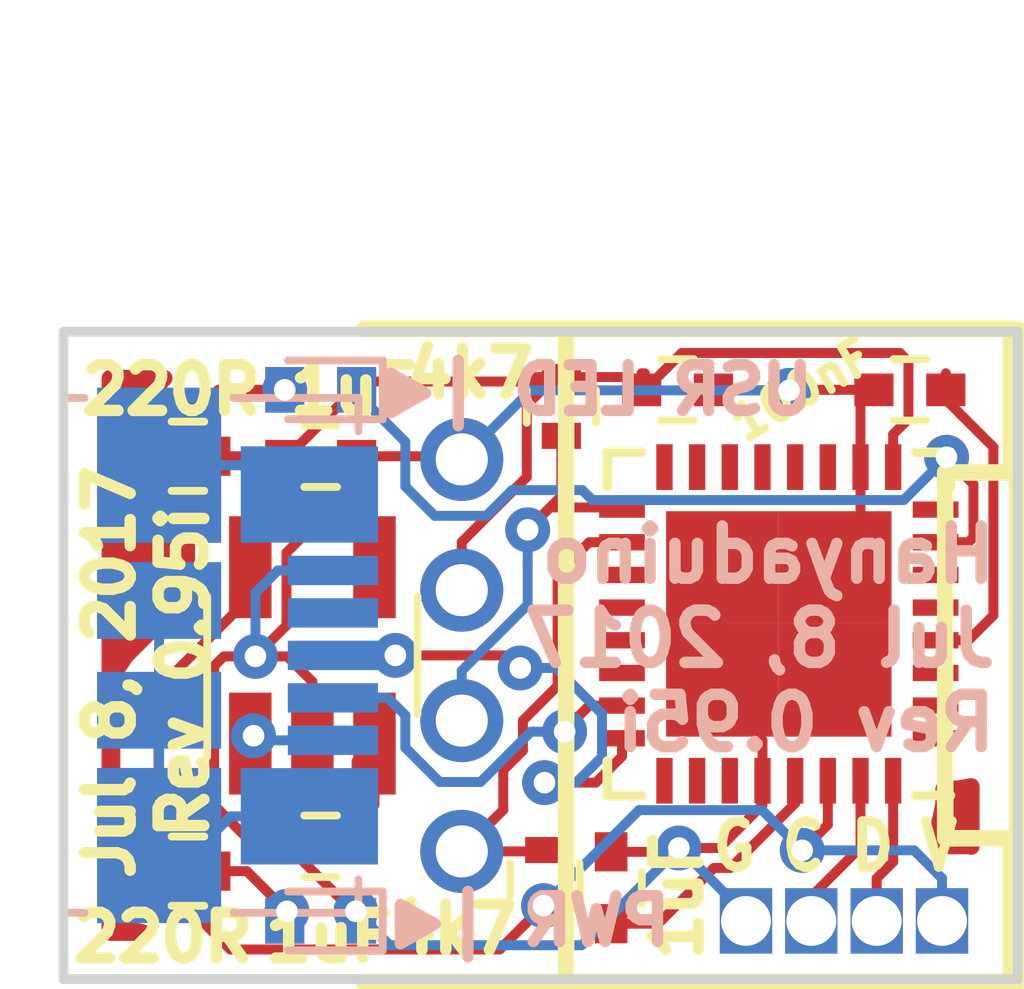
<source format=kicad_pcb>
(kicad_pcb (version 4) (host pcbnew 4.0.6)

  (general
    (links 46)
    (no_connects 0)
    (area 104.781457 95.264409 139.401758 117.3594)
    (thickness 1.6)
    (drawings 18)
    (tracks 217)
    (zones 0)
    (modules 16)
    (nets 37)
  )

  (page A4)
  (layers
    (0 F.Cu signal)
    (31 B.Cu signal)
    (33 F.Adhes user)
    (34 B.Paste user)
    (35 F.Paste user)
    (36 B.SilkS user)
    (37 F.SilkS user)
    (38 B.Mask user)
    (39 F.Mask user)
    (40 Dwgs.User user hide)
    (41 Cmts.User user)
    (42 Eco1.User user)
    (43 Eco2.User user)
    (44 Edge.Cuts user)
    (45 Margin user)
    (47 F.CrtYd user)
    (49 F.Fab user)
  )

  (setup
    (last_trace_width 0.1524)
    (trace_clearance 0.1524)
    (zone_clearance 0.508)
    (zone_45_only no)
    (trace_min 0.1524)
    (segment_width 0.2)
    (edge_width 0.15)
    (via_size 0.6858)
    (via_drill 0.3302)
    (via_min_size 0.6858)
    (via_min_drill 0.3302)
    (uvia_size 0.762)
    (uvia_drill 0.508)
    (uvias_allowed no)
    (uvia_min_size 0)
    (uvia_min_drill 0)
    (pcb_text_width 0.3)
    (pcb_text_size 1.5 1.5)
    (mod_edge_width 0.15)
    (mod_text_size 1 1)
    (mod_text_width 0.15)
    (pad_size 1.35 1)
    (pad_drill 0.8)
    (pad_to_mask_clearance 0.2)
    (aux_axis_origin 0 0)
    (grid_origin 118.491 103.251)
    (visible_elements FFFFFF7F)
    (pcbplotparams
      (layerselection 0x000f0_80000001)
      (usegerberextensions false)
      (excludeedgelayer true)
      (linewidth 0.100000)
      (plotframeref false)
      (viasonmask false)
      (mode 1)
      (useauxorigin false)
      (hpglpennumber 1)
      (hpglpenspeed 20)
      (hpglpendiameter 15)
      (hpglpenoverlay 2)
      (psnegative false)
      (psa4output false)
      (plotreference true)
      (plotvalue true)
      (plotinvisibletext false)
      (padsonsilk false)
      (subtractmaskfromsilk false)
      (outputformat 1)
      (mirror false)
      (drillshape 0)
      (scaleselection 1)
      (outputdirectory ""))
  )

  (net 0 "")
  (net 1 +5V)
  (net 2 GND)
  (net 3 VDDANA)
  (net 4 "Net-(D1-Pad2)")
  (net 5 /RESET)
  (net 6 "Net-(J1-Pad6)")
  (net 7 A6/LED_BUILTIN)
  (net 8 A31/SWDIO)
  (net 9 A16/SDA)
  (net 10 A17/SCL)
  (net 11 AREFA)
  (net 12 VDDCORE)
  (net 13 A2)
  (net 14 A4)
  (net 15 A5)
  (net 16 A7)
  (net 17 A8)
  (net 18 A9)
  (net 19 A10/TX1)
  (net 20 A11/RX1)
  (net 21 A14/TX2)
  (net 22 A15/RX2)
  (net 23 A18/MOSI)
  (net 24 A19/SCK)
  (net 25 A22/MISO)
  (net 26 A23/SS)
  (net 27 D-)
  (net 28 D+)
  (net 29 A27)
  (net 30 A28)
  (net 31 A30/SWDCLK)
  (net 32 A0)
  (net 33 A1)
  (net 34 "Net-(J1-Pad4)")
  (net 35 "Net-(D2-Pad2)")
  (net 36 "Net-(U1-Pad4)")

  (net_class Default "This is the default net class."
    (clearance 0.1524)
    (trace_width 0.1524)
    (via_dia 0.6858)
    (via_drill 0.3302)
    (uvia_dia 0.762)
    (uvia_drill 0.508)
    (add_net +5V)
    (add_net /RESET)
    (add_net A0)
    (add_net A1)
    (add_net A10/TX1)
    (add_net A11/RX1)
    (add_net A14/TX2)
    (add_net A15/RX2)
    (add_net A16/SDA)
    (add_net A17/SCL)
    (add_net A18/MOSI)
    (add_net A19/SCK)
    (add_net A2)
    (add_net A22/MISO)
    (add_net A23/SS)
    (add_net A27)
    (add_net A28)
    (add_net A30/SWDCLK)
    (add_net A31/SWDIO)
    (add_net A4)
    (add_net A5)
    (add_net A6/LED_BUILTIN)
    (add_net A7)
    (add_net A8)
    (add_net A9)
    (add_net AREFA)
    (add_net D+)
    (add_net D-)
    (add_net GND)
    (add_net "Net-(D1-Pad2)")
    (add_net "Net-(D2-Pad2)")
    (add_net "Net-(J1-Pad4)")
    (add_net "Net-(J1-Pad6)")
    (add_net "Net-(U1-Pad4)")
    (add_net VDDANA)
    (add_net VDDCORE)
  )

  (net_class "OSHpark KiCAD Design Rules" ""
    (clearance 0.1524)
    (trace_width 0.1524)
    (via_dia 0.6858)
    (via_drill 0.3302)
    (uvia_dia 0.762)
    (uvia_drill 0.508)
  )

  (module library:HW4-2.0-90D (layer F.Cu) (tedit 5960C663) (tstamp 5960CE23)
    (at 124.206 107.061 270)
    (path /594F6B16)
    (attr virtual)
    (fp_text reference J6 (at -2.032 11.811 270) (layer F.SilkS) hide
      (effects (font (size 0.889 0.889) (thickness 0.1016)))
    )
    (fp_text value Groveconn4 (at -0.127 -13.716 270) (layer F.SilkS) hide
      (effects (font (size 0.889 0.889) (thickness 0.1016)))
    )
    (fp_line (start -4.99872 -0.99822) (end -4.99872 0.99822) (layer F.SilkS) (width 0.127))
    (fp_line (start -4.99872 -8.39978) (end -4.99872 -1.59766) (layer F.SilkS) (width 0.254))
    (fp_line (start -4.99872 -1.59766) (end -4.99872 1.4986) (layer F.SilkS) (width 0.254))
    (fp_line (start 4.99872 -1.59766) (end 4.99872 1.4986) (layer F.SilkS) (width 0.254))
    (fp_line (start 4.99872 -1.59766) (end 4.99872 -8.39978) (layer F.SilkS) (width 0.254))
    (fp_line (start -4.99872 -8.49884) (end 4.99872 -8.49884) (layer F.SilkS) (width 0.254))
    (fp_line (start 4.99872 -8.49884) (end 4.99872 1.39954) (layer F.SilkS) (width 0.254))
    (fp_line (start -4.99872 1.39954) (end -4.99872 -8.49884) (layer F.SilkS) (width 0.254))
    (fp_line (start -4.99872 -1.59766) (end 4.99872 -1.59766) (layer F.SilkS) (width 0.254))
    (fp_line (start -4.99872 -8.39978) (end -2.79908 -8.39978) (layer F.SilkS) (width 0.254))
    (fp_line (start -2.79908 -8.39978) (end -2.79908 -7.39902) (layer F.SilkS) (width 0.254))
    (fp_line (start -2.79908 -7.39902) (end 2.79908 -7.39902) (layer F.SilkS) (width 0.254))
    (fp_line (start 2.79908 -7.39902) (end 2.79908 -8.39978) (layer F.SilkS) (width 0.254))
    (fp_line (start 2.79908 -8.39978) (end 4.99872 -8.39978) (layer F.SilkS) (width 0.254))
    (pad 1 thru_hole circle (at -2.99974 0 270) (size 1.27 1.27) (drill 0.79756) (layers *.Cu *.Paste *.Mask)
      (net 2 GND))
    (pad 2 thru_hole circle (at -0.99822 0 270) (size 1.27 1.27) (drill 0.79756) (layers *.Cu *.Paste *.Mask)
      (net 3 VDDANA))
    (pad 3 thru_hole circle (at 0.99822 0 270) (size 1.27 1.27) (drill 0.79756) (layers *.Cu *.Paste *.Mask)
      (net 9 A16/SDA))
    (pad 4 thru_hole circle (at 2.99974 0 270) (size 1.27 1.27) (drill 0.79756) (layers *.Cu *.Paste *.Mask)
      (net 10 A17/SCL))
  )

  (module Pin_Headers:Pin_Header_Straight_1x04_Pitch1.27mm (layer F.Cu) (tedit 5960C627) (tstamp 5956F2BF)
    (at 129.556 111.125)
    (descr "Through hole straight pin header, 1x04, 1.27mm pitch, single row")
    (tags "Through hole pin header THT 1x04 1.27mm single row")
    (path /59571376)
    (fp_text reference "" (at 0 -1.695) (layer F.SilkS)
      (effects (font (size 1 1) (thickness 0.15)))
    )
    (fp_text value CONN_01X04 (at 0.873 3.937) (layer F.Fab) hide
      (effects (font (size 1 1) (thickness 0.15)))
    )
    (fp_text user %R (at 0 -1.695) (layer F.Fab)
      (effects (font (size 1 1) (thickness 0.15)))
    )
    (pad 1 thru_hole rect (at -1 0) (size 0.8 1) (drill 0.762) (layers *.Cu *.Mask)
      (net 2 GND))
    (pad 2 thru_hole rect (at 0 0) (size 0.8 1) (drill 0.762) (layers *.Cu *.Mask)
      (net 31 A30/SWDCLK))
    (pad 3 thru_hole rect (at 1 0) (size 0.8 1) (drill 0.762) (layers *.Cu *.Mask)
      (net 8 A31/SWDIO))
    (pad 4 thru_hole rect (at 2 0) (size 0.8 1) (drill 0.762) (layers *.Cu *.Mask)
      (net 3 VDDANA))
    (model ${KISYS3DMOD}/Pin_Headers.3dshapes/Pin_Header_Straight_1x04_Pitch1.27mm.wrl
      (at (xyz 0 0 0))
      (scale (xyz 1 1 1))
      (rotate (xyz 0 0 0))
    )
  )

  (module Capacitors_SMD:C_0402 (layer F.Cu) (tedit 5960C6B0) (tstamp 595E6815)
    (at 127.508 102.997)
    (descr "Capacitor SMD 0402, reflow soldering, AVX (see smccp.pdf)")
    (tags "capacitor 0402")
    (path /594F25B3)
    (attr smd)
    (fp_text reference C3 (at -8.001 -4.191) (layer F.SilkS) hide
      (effects (font (size 1 1) (thickness 0.15)))
    )
    (fp_text value 100nF (at -12.065 0 90) (layer F.Fab) hide
      (effects (font (size 1 1) (thickness 0.15)))
    )
    (fp_text user %R (at -8.382 -3.175 90) (layer F.Fab) hide
      (effects (font (size 1 1) (thickness 0.15)))
    )
    (fp_line (start -0.5 0.25) (end -0.5 -0.25) (layer F.Fab) (width 0.1))
    (fp_line (start 0.5 0.25) (end -0.5 0.25) (layer F.Fab) (width 0.1))
    (fp_line (start 0.5 -0.25) (end 0.5 0.25) (layer F.Fab) (width 0.1))
    (fp_line (start -0.5 -0.25) (end 0.5 -0.25) (layer F.Fab) (width 0.1))
    (fp_line (start 0.25 -0.47) (end -0.25 -0.47) (layer F.SilkS) (width 0.12))
    (fp_line (start -0.25 0.47) (end 0.25 0.47) (layer F.SilkS) (width 0.12))
    (fp_line (start -1 -0.4) (end 1 -0.4) (layer F.CrtYd) (width 0.05))
    (fp_line (start -1 -0.4) (end -1 0.4) (layer F.CrtYd) (width 0.05))
    (fp_line (start 1 0.4) (end 1 -0.4) (layer F.CrtYd) (width 0.05))
    (fp_line (start 1 0.4) (end -1 0.4) (layer F.CrtYd) (width 0.05))
    (pad 1 smd rect (at -0.55 0) (size 0.6 0.5) (layers F.Cu F.Paste F.Mask)
      (net 3 VDDANA))
    (pad 2 smd rect (at 0.55 0) (size 0.6 0.5) (layers F.Cu F.Paste F.Mask)
      (net 2 GND))
    (model Capacitors_SMD.3dshapes/C_0402.wrl
      (at (xyz 0 0 0))
      (scale (xyz 1 1 1))
      (rotate (xyz 0 0 0))
    )
  )

  (module Capacitors_SMD:C_0402 (layer F.Cu) (tedit 5960C64F) (tstamp 595E6837)
    (at 126.492 110.617 90)
    (descr "Capacitor SMD 0402, reflow soldering, AVX (see smccp.pdf)")
    (tags "capacitor 0402")
    (path /594F2B45)
    (attr smd)
    (fp_text reference C5 (at -3.048 3.937 180) (layer F.SilkS) hide
      (effects (font (size 1 1) (thickness 0.15)))
    )
    (fp_text value 1uF (at -3.048 0.635 180) (layer Eco1.User) hide
      (effects (font (size 1 1) (thickness 0.15)))
    )
    (fp_text user %R (at -2.921 6.477 180) (layer F.Fab) hide
      (effects (font (size 1 1) (thickness 0.15)))
    )
    (fp_line (start -0.5 0.25) (end -0.5 -0.25) (layer F.Fab) (width 0.1))
    (fp_line (start 0.5 0.25) (end -0.5 0.25) (layer F.Fab) (width 0.1))
    (fp_line (start 0.5 -0.25) (end 0.5 0.25) (layer F.Fab) (width 0.1))
    (fp_line (start -0.5 -0.25) (end 0.5 -0.25) (layer F.Fab) (width 0.1))
    (fp_line (start 0.25 -0.47) (end -0.25 -0.47) (layer F.SilkS) (width 0.12))
    (fp_line (start -0.25 0.47) (end 0.25 0.47) (layer F.SilkS) (width 0.12))
    (fp_line (start -1 -0.4) (end 1 -0.4) (layer F.CrtYd) (width 0.05))
    (fp_line (start -1 -0.4) (end -1 0.4) (layer F.CrtYd) (width 0.05))
    (fp_line (start 1 0.4) (end 1 -0.4) (layer F.CrtYd) (width 0.05))
    (fp_line (start 1 0.4) (end -1 0.4) (layer F.CrtYd) (width 0.05))
    (pad 1 smd rect (at -0.55 0 90) (size 0.6 0.5) (layers F.Cu F.Paste F.Mask)
      (net 12 VDDCORE))
    (pad 2 smd rect (at 0.55 0 90) (size 0.6 0.5) (layers F.Cu F.Paste F.Mask)
      (net 2 GND))
    (model Capacitors_SMD.3dshapes/C_0402.wrl
      (at (xyz 0 0 0))
      (scale (xyz 1 1 1))
      (rotate (xyz 0 0 0))
    )
  )

  (module Resistors_SMD:R_0402 (layer F.Cu) (tedit 5960C638) (tstamp 595E695C)
    (at 125.476 110.49 90)
    (descr "Resistor SMD 0402, reflow soldering, Vishay (see dcrcw.pdf)")
    (tags "resistor 0402")
    (path /594F1D1D)
    (attr smd)
    (fp_text reference R1 (at -2.667 1.397 180) (layer F.SilkS) hide
      (effects (font (size 1 1) (thickness 0.15)))
    )
    (fp_text value 4k7 (at -5.588 1.905 180) (layer F.Fab) hide
      (effects (font (size 1 1) (thickness 0.15)))
    )
    (fp_text user %R (at -2.667 -1.016 180) (layer F.Fab) hide
      (effects (font (size 1 1) (thickness 0.15)))
    )
    (fp_line (start -0.5 0.25) (end -0.5 -0.25) (layer F.Fab) (width 0.1))
    (fp_line (start 0.5 0.25) (end -0.5 0.25) (layer F.Fab) (width 0.1))
    (fp_line (start 0.5 -0.25) (end 0.5 0.25) (layer F.Fab) (width 0.1))
    (fp_line (start -0.5 -0.25) (end 0.5 -0.25) (layer F.Fab) (width 0.1))
    (fp_line (start 0.25 -0.53) (end -0.25 -0.53) (layer F.SilkS) (width 0.12))
    (fp_line (start -0.25 0.53) (end 0.25 0.53) (layer F.SilkS) (width 0.12))
    (fp_line (start -0.8 -0.45) (end 0.8 -0.45) (layer F.CrtYd) (width 0.05))
    (fp_line (start -0.8 -0.45) (end -0.8 0.45) (layer F.CrtYd) (width 0.05))
    (fp_line (start 0.8 0.45) (end 0.8 -0.45) (layer F.CrtYd) (width 0.05))
    (fp_line (start 0.8 0.45) (end -0.8 0.45) (layer F.CrtYd) (width 0.05))
    (pad 1 smd rect (at -0.45 0 90) (size 0.4 0.6) (layers F.Cu F.Paste F.Mask)
      (net 3 VDDANA))
    (pad 2 smd rect (at 0.45 0 90) (size 0.4 0.6) (layers F.Cu F.Paste F.Mask)
      (net 10 A17/SCL))
    (model ${KISYS3DMOD}/Resistors_SMD.3dshapes/R_0402.wrl
      (at (xyz 0 0 0))
      (scale (xyz 1 1 1))
      (rotate (xyz 0 0 0))
    )
  )

  (module TO_SOT_Packages_SMD:SOT-23-5_HandSoldering (layer F.Cu) (tedit 5960C65A) (tstamp 5960D6B8)
    (at 121.92 107.061 90)
    (descr "5-pin SOT23 package")
    (tags "SOT-23-5 hand-soldering")
    (path /594F1746)
    (attr smd)
    (fp_text reference U1 (at 0.127 -12.319 90) (layer F.SilkS) hide
      (effects (font (size 1 1) (thickness 0.15)))
    )
    (fp_text value TLV71333PDBV (at -0.127 -6.223 90) (layer F.Fab) hide
      (effects (font (size 1 1) (thickness 0.15)))
    )
    (fp_text user %R (at 0.254 -5.207 90) (layer F.Fab) hide
      (effects (font (size 0.5 0.5) (thickness 0.075)))
    )
    (fp_line (start -0.9 1.61) (end 0.9 1.61) (layer F.SilkS) (width 0.12))
    (fp_line (start 0.9 -1.61) (end -1.55 -1.61) (layer F.SilkS) (width 0.12))
    (fp_line (start -0.9 -0.9) (end -0.25 -1.55) (layer F.Fab) (width 0.1))
    (fp_line (start 0.9 -1.55) (end -0.25 -1.55) (layer F.Fab) (width 0.1))
    (fp_line (start -0.9 -0.9) (end -0.9 1.55) (layer F.Fab) (width 0.1))
    (fp_line (start 0.9 1.55) (end -0.9 1.55) (layer F.Fab) (width 0.1))
    (fp_line (start 0.9 -1.55) (end 0.9 1.55) (layer F.Fab) (width 0.1))
    (fp_line (start -2.38 -1.8) (end 2.38 -1.8) (layer F.CrtYd) (width 0.05))
    (fp_line (start -2.38 -1.8) (end -2.38 1.8) (layer F.CrtYd) (width 0.05))
    (fp_line (start 2.38 1.8) (end 2.38 -1.8) (layer F.CrtYd) (width 0.05))
    (fp_line (start 2.38 1.8) (end -2.38 1.8) (layer F.CrtYd) (width 0.05))
    (pad 1 smd rect (at -1.35 -0.95 90) (size 1.56 0.65) (layers F.Cu F.Paste F.Mask)
      (net 1 +5V))
    (pad 2 smd rect (at -1.35 0 90) (size 1.56 0.65) (layers F.Cu F.Paste F.Mask)
      (net 2 GND))
    (pad 3 smd rect (at -1.35 0.95 90) (size 1.56 0.65) (layers F.Cu F.Paste F.Mask)
      (net 1 +5V))
    (pad 4 smd rect (at 1.35 0.95 90) (size 1.56 0.65) (layers F.Cu F.Paste F.Mask)
      (net 36 "Net-(U1-Pad4)"))
    (pad 5 smd rect (at 1.35 -0.95 90) (size 1.56 0.65) (layers F.Cu F.Paste F.Mask)
      (net 3 VDDANA))
    (model ${KISYS3DMOD}/TO_SOT_Packages_SMD.3dshapes\SOT-23-5.wrl
      (at (xyz 0 0 0))
      (scale (xyz 1 1 1))
      (rotate (xyz 0 0 0))
    )
  )

  (module Connectors_Molex:USB_Micro-B_Molex_47346-0001 (layer B.Cu) (tedit 595776C6) (tstamp 594F625D)
    (at 120.904 107.061)
    (descr http://www.molex.com/pdm_docs/sd/473460001_sd.pdf)
    (tags "Micro-USB SMD")
    (path /594F16CE)
    (attr smd)
    (fp_text reference J1 (at -15.113 -3.302) (layer Dwgs.User)
      (effects (font (size 1 1) (thickness 0.15)))
    )
    (fp_text value USB_OTG (at -11.684 0.508 270) (layer B.Fab)
      (effects (font (size 1 1) (thickness 0.15)) (justify mirror))
    )
    (fp_text user "PCB Front Edge" (at -2.85 -7.62 270) (layer Dwgs.User)
      (effects (font (size 0.4 0.4) (thickness 0.04)))
    )
    (fp_line (start 1.72 -3.94) (end 1.72 -3.43) (layer B.SilkS) (width 0.12))
    (fp_line (start -3.74 -4.6) (end -3.74 4.6) (layer B.CrtYd) (width 0.05))
    (fp_line (start 2.52 -4.6) (end -3.74 -4.6) (layer B.CrtYd) (width 0.05))
    (fp_line (start 2.52 4.6) (end 2.52 -4.6) (layer B.CrtYd) (width 0.05))
    (fp_line (start -3.74 4.6) (end 2.52 4.6) (layer B.CrtYd) (width 0.05))
    (fp_line (start -3.48 -3.75) (end -3.48 3.75) (layer B.Fab) (width 0.1))
    (fp_line (start 1.52 -3.75) (end -3.48 -3.75) (layer B.Fab) (width 0.1))
    (fp_line (start 1.52 3.75) (end 1.52 -3.75) (layer B.Fab) (width 0.1))
    (fp_line (start -3.48 3.75) (end 1.52 3.75) (layer B.Fab) (width 0.1))
    (fp_line (start -2.47 -3.94) (end -2.73 -3.94) (layer B.SilkS) (width 0.12))
    (fp_line (start 1.72 -3.94) (end -0.19 -3.94) (layer B.SilkS) (width 0.12))
    (fp_line (start 1.72 3.94) (end 1.72 3.43) (layer B.SilkS) (width 0.12))
    (fp_line (start -0.19 3.94) (end 1.72 3.94) (layer B.SilkS) (width 0.12))
    (fp_line (start -2.73 3.94) (end -2.47 3.94) (layer B.SilkS) (width 0.12))
    (fp_line (start -2.78 5) (end -2.78 -5) (layer Dwgs.User) (width 0.15))
    (pad 1 smd rect (at 1.33 1.3) (size 1.38 0.45) (layers B.Cu B.Paste B.Mask)
      (net 1 +5V))
    (pad 2 smd rect (at 1.33 0.65) (size 1.38 0.45) (layers B.Cu B.Paste B.Mask)
      (net 27 D-))
    (pad 3 smd rect (at 1.33 0) (size 1.38 0.45) (layers B.Cu B.Paste B.Mask)
      (net 28 D+))
    (pad 4 smd rect (at 1.33 -0.65) (size 1.38 0.45) (layers B.Cu B.Paste B.Mask)
      (net 34 "Net-(J1-Pad4)"))
    (pad 5 smd rect (at 1.33 -1.3) (size 1.38 0.45) (layers B.Cu B.Paste B.Mask)
      (net 2 GND))
    (pad 6 smd rect (at 0.97 2.4625) (size 2.1 1.475) (layers B.Cu B.Paste B.Mask)
      (net 6 "Net-(J1-Pad6)"))
    (pad 6 smd rect (at 0.97 -2.4625) (size 2.1 1.475) (layers B.Cu B.Paste B.Mask)
      (net 6 "Net-(J1-Pad6)"))
    (pad 6 smd rect (at -1.33 2.91) (size 1.9 2.375) (layers B.Cu B.Paste B.Mask)
      (net 6 "Net-(J1-Pad6)"))
    (pad 6 smd rect (at -1.33 -2.91) (size 1.9 2.375) (layers B.Cu B.Paste B.Mask)
      (net 6 "Net-(J1-Pad6)"))
    (pad 6 smd rect (at -1.33 0.84) (size 1.9 1.175) (layers B.Cu B.Paste B.Mask)
      (net 6 "Net-(J1-Pad6)"))
    (pad 6 smd rect (at -1.33 -0.84) (size 1.9 1.175) (layers B.Cu B.Paste B.Mask)
      (net 6 "Net-(J1-Pad6)"))
    (model Connectors_Molex.3dshapes/USB_Micro-B_Molex_47346-0001.wrl
      (at (xyz -0.05 0 0.05))
      (scale (xyz 0.39 0.39 0.39))
      (rotate (xyz -90 0 90))
    )
  )

  (module Resistors_SMD:R_0402 (layer F.Cu) (tedit 5960C646) (tstamp 595E697E)
    (at 120.015 110.363)
    (descr "Resistor SMD 0402, reflow soldering, Vishay (see dcrcw.pdf)")
    (tags "resistor 0402")
    (path /594F1623)
    (attr smd)
    (fp_text reference R4 (at -0.635 2.921) (layer F.SilkS) hide
      (effects (font (size 1 1) (thickness 0.15)))
    )
    (fp_text value 220R (at -2.794 5.842) (layer F.Fab) hide
      (effects (font (size 0.7 0.7) (thickness 0.15)))
    )
    (fp_text user %R (at -0.762 2.921) (layer F.Fab) hide
      (effects (font (size 1 1) (thickness 0.15)))
    )
    (fp_line (start -0.5 0.25) (end -0.5 -0.25) (layer F.Fab) (width 0.1))
    (fp_line (start 0.5 0.25) (end -0.5 0.25) (layer F.Fab) (width 0.1))
    (fp_line (start 0.5 -0.25) (end 0.5 0.25) (layer F.Fab) (width 0.1))
    (fp_line (start -0.5 -0.25) (end 0.5 -0.25) (layer F.Fab) (width 0.1))
    (fp_line (start 0.25 -0.53) (end -0.25 -0.53) (layer F.SilkS) (width 0.12))
    (fp_line (start -0.25 0.53) (end 0.25 0.53) (layer F.SilkS) (width 0.12))
    (fp_line (start -0.8 -0.45) (end 0.8 -0.45) (layer F.CrtYd) (width 0.05))
    (fp_line (start -0.8 -0.45) (end -0.8 0.45) (layer F.CrtYd) (width 0.05))
    (fp_line (start 0.8 0.45) (end 0.8 -0.45) (layer F.CrtYd) (width 0.05))
    (fp_line (start 0.8 0.45) (end -0.8 0.45) (layer F.CrtYd) (width 0.05))
    (pad 1 smd rect (at -0.45 0) (size 0.4 0.6) (layers F.Cu F.Paste F.Mask)
      (net 3 VDDANA))
    (pad 2 smd rect (at 0.45 0) (size 0.4 0.6) (layers F.Cu F.Paste F.Mask)
      (net 35 "Net-(D2-Pad2)"))
    (model ${KISYS3DMOD}/Resistors_SMD.3dshapes/R_0402.wrl
      (at (xyz 0 0 0))
      (scale (xyz 1 1 1))
      (rotate (xyz 0 0 0))
    )
  )

  (module "Housings_DFN_QFN XXX:QFN-32-1EP_5x5mm_Pitch0.5mm" (layer F.Cu) (tedit 5960C676) (tstamp 5956F48A)
    (at 129.0585 106.5795 180)
    (descr "UH Package; 32-Lead Plastic QFN (5mm x 5mm); (see Linear Technology QFN_32_05-08-1693.pdf)")
    (tags "QFN 0.5")
    (path /5956CE41)
    (attr smd)
    (fp_text reference "" (at 0 -3.75 180) (layer F.SilkS)
      (effects (font (size 1 1) (thickness 0.15)))
    )
    (fp_text value ATSAMD21E18A-AU (at -3.048 8.509 180) (layer F.Fab) hide
      (effects (font (size 1 1) (thickness 0.15)))
    )
    (fp_line (start -1.5 -2.5) (end 2.5 -2.5) (layer F.Fab) (width 0.15))
    (fp_line (start 2.5 -2.5) (end 2.5 2.5) (layer F.Fab) (width 0.15))
    (fp_line (start 2.5 2.5) (end -2.5 2.5) (layer F.Fab) (width 0.15))
    (fp_line (start -2.5 2.5) (end -2.5 -1.5) (layer F.Fab) (width 0.15))
    (fp_line (start -2.5 -1.5) (end -1.5 -2.5) (layer F.Fab) (width 0.15))
    (fp_line (start -3 -3) (end -3 3) (layer F.CrtYd) (width 0.05))
    (fp_line (start 3 -3) (end 3 3) (layer F.CrtYd) (width 0.05))
    (fp_line (start -3 -3) (end 3 -3) (layer F.CrtYd) (width 0.05))
    (fp_line (start -3 3) (end 3 3) (layer F.CrtYd) (width 0.05))
    (fp_line (start 2.625 -2.625) (end 2.625 -2.1) (layer F.SilkS) (width 0.15))
    (fp_line (start -2.625 2.625) (end -2.625 2.1) (layer F.SilkS) (width 0.15))
    (fp_line (start 2.625 2.625) (end 2.625 2.1) (layer F.SilkS) (width 0.15))
    (fp_line (start -2.625 -2.625) (end -2.1 -2.625) (layer F.SilkS) (width 0.15))
    (fp_line (start -2.625 2.625) (end -2.1 2.625) (layer F.SilkS) (width 0.15))
    (fp_line (start 2.625 2.625) (end 2.1 2.625) (layer F.SilkS) (width 0.15))
    (fp_line (start 2.625 -2.625) (end 2.1 -2.625) (layer F.SilkS) (width 0.15))
    (pad 1 smd rect (at -2.4 -1.75 180) (size 0.7 0.25) (layers F.Cu F.Paste F.Mask)
      (net 32 A0))
    (pad 2 smd rect (at -2.4 -1.25 180) (size 0.7 0.25) (layers F.Cu F.Paste F.Mask)
      (net 33 A1))
    (pad 3 smd rect (at -2.4 -0.75 180) (size 0.7 0.25) (layers F.Cu F.Paste F.Mask)
      (net 13 A2))
    (pad 4 smd rect (at -2.4 -0.25 180) (size 0.7 0.25) (layers F.Cu F.Paste F.Mask)
      (net 11 AREFA))
    (pad 5 smd rect (at -2.4 0.25 180) (size 0.7 0.25) (layers F.Cu F.Paste F.Mask)
      (net 14 A4))
    (pad 6 smd rect (at -2.4 0.75 180) (size 0.7 0.25) (layers F.Cu F.Paste F.Mask)
      (net 15 A5))
    (pad 7 smd rect (at -2.4 1.25 180) (size 0.7 0.25) (layers F.Cu F.Paste F.Mask)
      (net 7 A6/LED_BUILTIN))
    (pad 8 smd rect (at -2.4 1.75 180) (size 0.7 0.25) (layers F.Cu F.Paste F.Mask)
      (net 16 A7))
    (pad 9 smd rect (at -1.75 2.4 270) (size 0.7 0.25) (layers F.Cu F.Paste F.Mask)
      (net 3 VDDANA))
    (pad 10 smd rect (at -1.25 2.4 270) (size 0.7 0.25) (layers F.Cu F.Paste F.Mask)
      (net 2 GND))
    (pad 11 smd rect (at -0.75 2.4 270) (size 0.7 0.25) (layers F.Cu F.Paste F.Mask)
      (net 17 A8))
    (pad 12 smd rect (at -0.25 2.4 270) (size 0.7 0.25) (layers F.Cu F.Paste F.Mask)
      (net 18 A9))
    (pad 13 smd rect (at 0.25 2.4 270) (size 0.7 0.25) (layers F.Cu F.Paste F.Mask)
      (net 19 A10/TX1))
    (pad 14 smd rect (at 0.75 2.4 270) (size 0.7 0.25) (layers F.Cu F.Paste F.Mask)
      (net 20 A11/RX1))
    (pad 15 smd rect (at 1.25 2.4 270) (size 0.7 0.25) (layers F.Cu F.Paste F.Mask)
      (net 21 A14/TX2))
    (pad 16 smd rect (at 1.75 2.4 270) (size 0.7 0.25) (layers F.Cu F.Paste F.Mask)
      (net 22 A15/RX2))
    (pad 17 smd rect (at 2.4 1.75 180) (size 0.7 0.25) (layers F.Cu F.Paste F.Mask)
      (net 9 A16/SDA))
    (pad 18 smd rect (at 2.4 1.25 180) (size 0.7 0.25) (layers F.Cu F.Paste F.Mask)
      (net 10 A17/SCL))
    (pad 19 smd rect (at 2.4 0.75 180) (size 0.7 0.25) (layers F.Cu F.Paste F.Mask)
      (net 23 A18/MOSI))
    (pad 20 smd rect (at 2.4 0.25 180) (size 0.7 0.25) (layers F.Cu F.Paste F.Mask)
      (net 24 A19/SCK))
    (pad 21 smd rect (at 2.4 -0.25 180) (size 0.7 0.25) (layers F.Cu F.Paste F.Mask)
      (net 25 A22/MISO))
    (pad 22 smd rect (at 2.4 -0.75 180) (size 0.7 0.25) (layers F.Cu F.Paste F.Mask)
      (net 26 A23/SS))
    (pad 23 smd rect (at 2.4 -1.25 180) (size 0.7 0.25) (layers F.Cu F.Paste F.Mask)
      (net 27 D-))
    (pad 24 smd rect (at 2.4 -1.75 180) (size 0.7 0.25) (layers F.Cu F.Paste F.Mask)
      (net 28 D+))
    (pad 25 smd rect (at 1.75 -2.4 270) (size 0.7 0.25) (layers F.Cu F.Paste F.Mask)
      (net 29 A27))
    (pad 26 smd rect (at 1.25 -2.4 270) (size 0.7 0.25) (layers F.Cu F.Paste F.Mask)
      (net 5 /RESET))
    (pad 27 smd rect (at 0.75 -2.4 270) (size 0.7 0.25) (layers F.Cu F.Paste F.Mask)
      (net 30 A28))
    (pad 28 smd rect (at 0.25 -2.4 270) (size 0.7 0.25) (layers F.Cu F.Paste F.Mask)
      (net 2 GND))
    (pad 29 smd rect (at -0.25 -2.4 270) (size 0.7 0.25) (layers F.Cu F.Paste F.Mask)
      (net 12 VDDCORE))
    (pad 30 smd rect (at -0.75 -2.4 270) (size 0.7 0.25) (layers F.Cu F.Paste F.Mask)
      (net 3 VDDANA))
    (pad 31 smd rect (at -1.25 -2.4 270) (size 0.7 0.25) (layers F.Cu F.Paste F.Mask)
      (net 31 A30/SWDCLK))
    (pad 32 smd rect (at -1.75 -2.4 270) (size 0.7 0.25) (layers F.Cu F.Paste F.Mask)
      (net 8 A31/SWDIO))
    (pad 10 smd rect (at 0.8625 0.8625 180) (size 1.725 1.725) (layers F.Cu F.Paste F.Mask)
      (net 2 GND) (solder_paste_margin_ratio -0.2))
    (pad 10 smd rect (at 0.8625 -0.8625 180) (size 1.725 1.725) (layers F.Cu F.Paste F.Mask)
      (net 2 GND) (solder_paste_margin_ratio -0.2))
    (pad 10 smd rect (at -0.8625 0.8625 180) (size 1.725 1.725) (layers F.Cu F.Paste F.Mask)
      (net 2 GND) (solder_paste_margin_ratio -0.2))
    (pad 10 smd rect (at -0.8625 -0.8625 180) (size 1.725 1.725) (layers F.Cu F.Paste F.Mask)
      (net 2 GND) (solder_paste_margin_ratio -0.2))
    (model Housings_DFN_QFN.3dshapes/QFN-32-1EP_5x5mm_Pitch0.5mm.wrl
      (at (xyz 0 0 0))
      (scale (xyz 1 1 1))
      (rotate (xyz 0 0 0))
    )
  )

  (module Capacitors_SMD:C_0402 (layer F.Cu) (tedit 5960C6B5) (tstamp 595E6804)
    (at 122.047 104.013)
    (descr "Capacitor SMD 0402, reflow soldering, AVX (see smccp.pdf)")
    (tags "capacitor 0402")
    (path /594F2E98)
    (attr smd)
    (fp_text reference C2 (at -1.143 -4.572) (layer F.SilkS) hide
      (effects (font (size 1 1) (thickness 0.15)))
    )
    (fp_text value 1uF (at -0.254 -6.985) (layer F.Fab) hide
      (effects (font (size 0.7 0.7) (thickness 0.15)))
    )
    (fp_text user %R (at -1.143 -4.572) (layer F.Fab) hide
      (effects (font (size 1 1) (thickness 0.15)))
    )
    (fp_line (start -0.5 0.25) (end -0.5 -0.25) (layer F.Fab) (width 0.1))
    (fp_line (start 0.5 0.25) (end -0.5 0.25) (layer F.Fab) (width 0.1))
    (fp_line (start 0.5 -0.25) (end 0.5 0.25) (layer F.Fab) (width 0.1))
    (fp_line (start -0.5 -0.25) (end 0.5 -0.25) (layer F.Fab) (width 0.1))
    (fp_line (start 0.25 -0.47) (end -0.25 -0.47) (layer F.SilkS) (width 0.12))
    (fp_line (start -0.25 0.47) (end 0.25 0.47) (layer F.SilkS) (width 0.12))
    (fp_line (start -1 -0.4) (end 1 -0.4) (layer F.CrtYd) (width 0.05))
    (fp_line (start -1 -0.4) (end -1 0.4) (layer F.CrtYd) (width 0.05))
    (fp_line (start 1 0.4) (end 1 -0.4) (layer F.CrtYd) (width 0.05))
    (fp_line (start 1 0.4) (end -1 0.4) (layer F.CrtYd) (width 0.05))
    (pad 1 smd rect (at -0.55 0) (size 0.6 0.5) (layers F.Cu F.Paste F.Mask)
      (net 3 VDDANA))
    (pad 2 smd rect (at 0.55 0) (size 0.6 0.5) (layers F.Cu F.Paste F.Mask)
      (net 2 GND))
    (model Capacitors_SMD.3dshapes/C_0402.wrl
      (at (xyz 0 0 0))
      (scale (xyz 1 1 1))
      (rotate (xyz 0 0 0))
    )
  )

  (module Capacitors_SMD:C_0402 (layer F.Cu) (tedit 5960C685) (tstamp 595E6826)
    (at 131.064 102.997 180)
    (descr "Capacitor SMD 0402, reflow soldering, AVX (see smccp.pdf)")
    (tags "capacitor 0402")
    (path /594F287A)
    (attr smd)
    (fp_text reference C4 (at -2.921 2.921 180) (layer F.SilkS) hide
      (effects (font (size 1 1) (thickness 0.15)))
    )
    (fp_text value 100nF (at 1.397 3.429 180) (layer F.Fab) hide
      (effects (font (size 1 1) (thickness 0.15)))
    )
    (fp_text user %R (at -2.921 2.921 180) (layer F.Fab) hide
      (effects (font (size 1 1) (thickness 0.15)))
    )
    (fp_line (start -0.5 0.25) (end -0.5 -0.25) (layer F.Fab) (width 0.1))
    (fp_line (start 0.5 0.25) (end -0.5 0.25) (layer F.Fab) (width 0.1))
    (fp_line (start 0.5 -0.25) (end 0.5 0.25) (layer F.Fab) (width 0.1))
    (fp_line (start -0.5 -0.25) (end 0.5 -0.25) (layer F.Fab) (width 0.1))
    (fp_line (start 0.25 -0.47) (end -0.25 -0.47) (layer F.SilkS) (width 0.12))
    (fp_line (start -0.25 0.47) (end 0.25 0.47) (layer F.SilkS) (width 0.12))
    (fp_line (start -1 -0.4) (end 1 -0.4) (layer F.CrtYd) (width 0.05))
    (fp_line (start -1 -0.4) (end -1 0.4) (layer F.CrtYd) (width 0.05))
    (fp_line (start 1 0.4) (end 1 -0.4) (layer F.CrtYd) (width 0.05))
    (fp_line (start 1 0.4) (end -1 0.4) (layer F.CrtYd) (width 0.05))
    (pad 1 smd rect (at -0.55 0 180) (size 0.6 0.5) (layers F.Cu F.Paste F.Mask)
      (net 11 AREFA))
    (pad 2 smd rect (at 0.55 0 180) (size 0.6 0.5) (layers F.Cu F.Paste F.Mask)
      (net 2 GND))
    (model Capacitors_SMD.3dshapes/C_0402.wrl
      (at (xyz 0 0 0))
      (scale (xyz 1 1 1))
      (rotate (xyz 0 0 0))
    )
  )

  (module LEDs:LED_0402 (layer B.Cu) (tedit 5960C66C) (tstamp 595E684C)
    (at 122.047 102.997 180)
    (descr "LED 0402 smd package")
    (tags "LED led 0402 SMD smd SMT smt smdled SMDLED smtled SMTLED")
    (path /594F194E)
    (attr smd)
    (fp_text reference D1 (at 0.254 1.905 180) (layer B.SilkS) hide
      (effects (font (size 1 1) (thickness 0.15)) (justify mirror))
    )
    (fp_text value LED (at -2.159 2.413 180) (layer B.Fab)
      (effects (font (size 1 1) (thickness 0.15)) (justify mirror))
    )
    (fp_line (start -0.95 0.45) (end -0.95 -0.45) (layer B.SilkS) (width 0.12))
    (fp_line (start -0.15 0.2) (end -0.15 -0.2) (layer B.Fab) (width 0.1))
    (fp_line (start -0.15 0) (end 0.15 0.2) (layer B.Fab) (width 0.1))
    (fp_line (start 0.15 -0.2) (end -0.15 0) (layer B.Fab) (width 0.1))
    (fp_line (start 0.15 0.2) (end 0.15 -0.2) (layer B.Fab) (width 0.1))
    (fp_line (start 0.5 -0.25) (end -0.5 -0.25) (layer B.Fab) (width 0.1))
    (fp_line (start 0.5 0.25) (end 0.5 -0.25) (layer B.Fab) (width 0.1))
    (fp_line (start -0.5 0.25) (end 0.5 0.25) (layer B.Fab) (width 0.1))
    (fp_line (start -0.5 -0.25) (end -0.5 0.25) (layer B.Fab) (width 0.1))
    (fp_line (start -0.95 -0.45) (end 0.5 -0.45) (layer B.SilkS) (width 0.12))
    (fp_line (start -0.95 0.45) (end 0.5 0.45) (layer B.SilkS) (width 0.12))
    (fp_line (start 1 0.5) (end 1 -0.5) (layer B.CrtYd) (width 0.05))
    (fp_line (start 1 -0.5) (end -1 -0.5) (layer B.CrtYd) (width 0.05))
    (fp_line (start -1 -0.5) (end -1 0.5) (layer B.CrtYd) (width 0.05))
    (fp_line (start -1 0.5) (end 1 0.5) (layer B.CrtYd) (width 0.05))
    (pad 2 smd rect (at 0.55 0) (size 0.6 0.7) (layers B.Cu B.Paste B.Mask)
      (net 4 "Net-(D1-Pad2)"))
    (pad 1 smd rect (at -0.55 0) (size 0.6 0.7) (layers B.Cu B.Paste B.Mask)
      (net 7 A6/LED_BUILTIN))
    (model LEDs.3dshapes/LED_0402.wrl
      (at (xyz 0 0 0))
      (scale (xyz 1 1 1))
      (rotate (xyz 0 0 180))
    )
  )

  (module LEDs:LED_0402 (layer B.Cu) (tedit 5960C618) (tstamp 595E6861)
    (at 122.047 111.125 180)
    (descr "LED 0402 smd package")
    (tags "LED led 0402 SMD smd SMT smt smdled SMDLED smtled SMTLED")
    (path /594F1979)
    (attr smd)
    (fp_text reference D2 (at 2.921 -3.556 180) (layer B.SilkS) hide
      (effects (font (size 1 1) (thickness 0.15)) (justify mirror))
    )
    (fp_text value LED (at 0.254 -3.683 180) (layer B.Fab)
      (effects (font (size 1 1) (thickness 0.15)) (justify mirror))
    )
    (fp_line (start -0.95 0.45) (end -0.95 -0.45) (layer B.SilkS) (width 0.12))
    (fp_line (start -0.15 0.2) (end -0.15 -0.2) (layer B.Fab) (width 0.1))
    (fp_line (start -0.15 0) (end 0.15 0.2) (layer B.Fab) (width 0.1))
    (fp_line (start 0.15 -0.2) (end -0.15 0) (layer B.Fab) (width 0.1))
    (fp_line (start 0.15 0.2) (end 0.15 -0.2) (layer B.Fab) (width 0.1))
    (fp_line (start 0.5 -0.25) (end -0.5 -0.25) (layer B.Fab) (width 0.1))
    (fp_line (start 0.5 0.25) (end 0.5 -0.25) (layer B.Fab) (width 0.1))
    (fp_line (start -0.5 0.25) (end 0.5 0.25) (layer B.Fab) (width 0.1))
    (fp_line (start -0.5 -0.25) (end -0.5 0.25) (layer B.Fab) (width 0.1))
    (fp_line (start -0.95 -0.45) (end 0.5 -0.45) (layer B.SilkS) (width 0.12))
    (fp_line (start -0.95 0.45) (end 0.5 0.45) (layer B.SilkS) (width 0.12))
    (fp_line (start 1 0.5) (end 1 -0.5) (layer B.CrtYd) (width 0.05))
    (fp_line (start 1 -0.5) (end -1 -0.5) (layer B.CrtYd) (width 0.05))
    (fp_line (start -1 -0.5) (end -1 0.5) (layer B.CrtYd) (width 0.05))
    (fp_line (start -1 0.5) (end 1 0.5) (layer B.CrtYd) (width 0.05))
    (pad 2 smd rect (at 0.55 0) (size 0.6 0.7) (layers B.Cu B.Paste B.Mask)
      (net 35 "Net-(D2-Pad2)"))
    (pad 1 smd rect (at -0.55 0) (size 0.6 0.7) (layers B.Cu B.Paste B.Mask)
      (net 2 GND))
    (model LEDs.3dshapes/LED_0402.wrl
      (at (xyz 0 0 0))
      (scale (xyz 1 1 1))
      (rotate (xyz 0 0 180))
    )
  )

  (module Resistors_SMD:R_0402 (layer F.Cu) (tedit 5960C693) (tstamp 595E696D)
    (at 125.73 103.251 270)
    (descr "Resistor SMD 0402, reflow soldering, Vishay (see dcrcw.pdf)")
    (tags "resistor 0402")
    (path /594F1D97)
    (attr smd)
    (fp_text reference R2 (at -6.858 -3.556 270) (layer F.SilkS) hide
      (effects (font (size 1 1) (thickness 0.15)))
    )
    (fp_text value 4k7 (at -3.937 1.778 360) (layer F.Fab) hide
      (effects (font (size 1 1) (thickness 0.15)))
    )
    (fp_text user %R (at -6.858 -3.556 270) (layer F.Fab) hide
      (effects (font (size 1 1) (thickness 0.15)))
    )
    (fp_line (start -0.5 0.25) (end -0.5 -0.25) (layer F.Fab) (width 0.1))
    (fp_line (start 0.5 0.25) (end -0.5 0.25) (layer F.Fab) (width 0.1))
    (fp_line (start 0.5 -0.25) (end 0.5 0.25) (layer F.Fab) (width 0.1))
    (fp_line (start -0.5 -0.25) (end 0.5 -0.25) (layer F.Fab) (width 0.1))
    (fp_line (start 0.25 -0.53) (end -0.25 -0.53) (layer F.SilkS) (width 0.12))
    (fp_line (start -0.25 0.53) (end 0.25 0.53) (layer F.SilkS) (width 0.12))
    (fp_line (start -0.8 -0.45) (end 0.8 -0.45) (layer F.CrtYd) (width 0.05))
    (fp_line (start -0.8 -0.45) (end -0.8 0.45) (layer F.CrtYd) (width 0.05))
    (fp_line (start 0.8 0.45) (end 0.8 -0.45) (layer F.CrtYd) (width 0.05))
    (fp_line (start 0.8 0.45) (end -0.8 0.45) (layer F.CrtYd) (width 0.05))
    (pad 1 smd rect (at -0.45 0 270) (size 0.4 0.6) (layers F.Cu F.Paste F.Mask)
      (net 3 VDDANA))
    (pad 2 smd rect (at 0.45 0 270) (size 0.4 0.6) (layers F.Cu F.Paste F.Mask)
      (net 9 A16/SDA))
    (model ${KISYS3DMOD}/Resistors_SMD.3dshapes/R_0402.wrl
      (at (xyz 0 0 0))
      (scale (xyz 1 1 1))
      (rotate (xyz 0 0 0))
    )
  )

  (module Capacitors_SMD:C_0402 (layer F.Cu) (tedit 5960C642) (tstamp 595E6AEE)
    (at 122.047 109.982 180)
    (descr "Capacitor SMD 0402, reflow soldering, AVX (see smccp.pdf)")
    (tags "capacitor 0402")
    (path /594F2E4A)
    (attr smd)
    (fp_text reference C1 (at -2.286 -6.35 180) (layer F.SilkS) hide
      (effects (font (size 1 1) (thickness 0.15)))
    )
    (fp_text value 1uF (at 0.127 -3.429 180) (layer F.Fab) hide
      (effects (font (size 0.7 0.7) (thickness 0.15)))
    )
    (fp_text user %R (at 0 -6.223 180) (layer F.Fab) hide
      (effects (font (size 1 1) (thickness 0.15)))
    )
    (fp_line (start -0.5 0.25) (end -0.5 -0.25) (layer F.Fab) (width 0.1))
    (fp_line (start 0.5 0.25) (end -0.5 0.25) (layer F.Fab) (width 0.1))
    (fp_line (start 0.5 -0.25) (end 0.5 0.25) (layer F.Fab) (width 0.1))
    (fp_line (start -0.5 -0.25) (end 0.5 -0.25) (layer F.Fab) (width 0.1))
    (fp_line (start 0.25 -0.47) (end -0.25 -0.47) (layer F.SilkS) (width 0.12))
    (fp_line (start -0.25 0.47) (end 0.25 0.47) (layer F.SilkS) (width 0.12))
    (fp_line (start -1 -0.4) (end 1 -0.4) (layer F.CrtYd) (width 0.05))
    (fp_line (start -1 -0.4) (end -1 0.4) (layer F.CrtYd) (width 0.05))
    (fp_line (start 1 0.4) (end 1 -0.4) (layer F.CrtYd) (width 0.05))
    (fp_line (start 1 0.4) (end -1 0.4) (layer F.CrtYd) (width 0.05))
    (pad 1 smd rect (at -0.55 0 180) (size 0.6 0.5) (layers F.Cu F.Paste F.Mask)
      (net 1 +5V))
    (pad 2 smd rect (at 0.55 0 180) (size 0.6 0.5) (layers F.Cu F.Paste F.Mask)
      (net 2 GND))
    (model Capacitors_SMD.3dshapes/C_0402.wrl
      (at (xyz 0 0 0))
      (scale (xyz 1 1 1))
      (rotate (xyz 0 0 0))
    )
  )

  (module Resistors_SMD:R_0402 (layer F.Cu) (tedit 5960C6BA) (tstamp 595E6AFF)
    (at 120.015 104.013 180)
    (descr "Resistor SMD 0402, reflow soldering, Vishay (see dcrcw.pdf)")
    (tags "resistor 0402")
    (path /594F15EF)
    (attr smd)
    (fp_text reference R3 (at 2.54 4.064 180) (layer F.SilkS) hide
      (effects (font (size 1 1) (thickness 0.15)))
    )
    (fp_text value 220R (at 3.302 7.239 180) (layer F.Fab) hide
      (effects (font (size 0.7 0.7) (thickness 0.15)))
    )
    (fp_text user %R (at 2.54 4.064 180) (layer F.Fab) hide
      (effects (font (size 1 1) (thickness 0.15)))
    )
    (fp_line (start -0.5 0.25) (end -0.5 -0.25) (layer F.Fab) (width 0.1))
    (fp_line (start 0.5 0.25) (end -0.5 0.25) (layer F.Fab) (width 0.1))
    (fp_line (start 0.5 -0.25) (end 0.5 0.25) (layer F.Fab) (width 0.1))
    (fp_line (start -0.5 -0.25) (end 0.5 -0.25) (layer F.Fab) (width 0.1))
    (fp_line (start 0.25 -0.53) (end -0.25 -0.53) (layer F.SilkS) (width 0.12))
    (fp_line (start -0.25 0.53) (end 0.25 0.53) (layer F.SilkS) (width 0.12))
    (fp_line (start -0.8 -0.45) (end 0.8 -0.45) (layer F.CrtYd) (width 0.05))
    (fp_line (start -0.8 -0.45) (end -0.8 0.45) (layer F.CrtYd) (width 0.05))
    (fp_line (start 0.8 0.45) (end 0.8 -0.45) (layer F.CrtYd) (width 0.05))
    (fp_line (start 0.8 0.45) (end -0.8 0.45) (layer F.CrtYd) (width 0.05))
    (pad 1 smd rect (at -0.45 0 180) (size 0.4 0.6) (layers F.Cu F.Paste F.Mask)
      (net 3 VDDANA))
    (pad 2 smd rect (at 0.45 0 180) (size 0.4 0.6) (layers F.Cu F.Paste F.Mask)
      (net 4 "Net-(D1-Pad2)"))
    (model ${KISYS3DMOD}/Resistors_SMD.3dshapes/R_0402.wrl
      (at (xyz 0 0 0))
      (scale (xyz 1 1 1))
      (rotate (xyz 0 0 0))
    )
  )

  (gr_text "Jul 8, 2017\nRev 0.95i" (at 119.38 107.315 90) (layer F.SilkS)
    (effects (font (size 0.7 0.7) (thickness 0.175)))
  )
  (gr_text 100nF (at 129.413 102.997 30) (layer F.SilkS)
    (effects (font (size 0.5 0.5) (thickness 0.125)))
  )
  (gr_text 1uF (at 127.508 110.744 90) (layer F.SilkS)
    (effects (font (size 0.7 0.7) (thickness 0.175)))
  )
  (gr_text 4k7 (at 124.079 111.252) (layer F.SilkS)
    (effects (font (size 0.7 0.7) (thickness 0.175)))
  )
  (gr_text 4k7 (at 124.333 102.743) (layer F.SilkS)
    (effects (font (size 0.7 0.7) (thickness 0.175)))
  )
  (gr_text 1uF (at 122.174 111.379) (layer F.SilkS)
    (effects (font (size 0.7 0.7) (thickness 0.175)))
  )
  (gr_text 1uF (at 122.555 102.997) (layer F.SilkS)
    (effects (font (size 0.7 0.7) (thickness 0.175)))
  )
  (gr_text 220R (at 119.761 102.997) (layer F.SilkS)
    (effects (font (size 0.7 0.7) (thickness 0.175)))
  )
  (gr_text " PWR |◀︎" (at 128.016 111.125) (layer B.SilkS)
    (effects (font (size 0.7 0.7) (thickness 0.175)) (justify left mirror))
  )
  (gr_line (start 118.11 112.014) (end 132.715 112.014) (layer Edge.Cuts) (width 0.15))
  (gr_line (start 118.11 102.108) (end 132.715 102.108) (layer Edge.Cuts) (width 0.15))
  (gr_line (start 118.11 102.108) (end 118.11 112.014) (angle 90) (layer Edge.Cuts) (width 0.15))
  (gr_line (start 132.715 102.108) (end 132.715 112.014) (layer Edge.Cuts) (width 0.15))
  (gr_line (start 118.11 102.108) (end 118.11 112.014) (layer Edge.Cuts) (width 0.15))
  (gr_text "G C D V" (at 129.921 109.982) (layer F.SilkS)
    (effects (font (size 0.7 0.6) (thickness 0.15)))
  )
  (gr_text 220R (at 119.634 111.379) (layer F.SilkS)
    (effects (font (size 0.7 0.7) (thickness 0.175)))
  )
  (gr_text "USR LED |◀︎" (at 129.667 102.997) (layer B.SilkS)
    (effects (font (size 0.7 0.7) (thickness 0.175)) (justify left mirror))
  )
  (gr_text "Hanyaduino\nJul 8, 2017\nRev 0.95i" (at 132.461 106.807) (layer B.SilkS)
    (effects (font (size 0.8 0.8) (thickness 0.175)) (justify left mirror))
  )

  (segment (start 127.008 102.743) (end 126.958 102.743) (width 0.1524) (layer F.Cu) (net 0))
  (segment (start 122.597 109.982) (end 122.597 108.684) (width 0.1524) (layer F.Cu) (net 1))
  (segment (start 122.597 108.684) (end 122.87 108.411) (width 0.1524) (layer F.Cu) (net 1))
  (segment (start 121.019312 108.290686) (end 121.019312 109.026794) (width 0.1524) (layer F.Cu) (net 1))
  (segment (start 121.019312 109.026794) (end 121.412119 109.419601) (width 0.1524) (layer F.Cu) (net 1))
  (segment (start 121.412119 109.419601) (end 122.793799 109.419601) (width 0.1524) (layer F.Cu) (net 1))
  (segment (start 122.793799 109.419601) (end 122.87 109.3434) (width 0.1524) (layer F.Cu) (net 1))
  (segment (start 122.87 109.3434) (end 122.87 108.411) (width 0.1524) (layer F.Cu) (net 1))
  (segment (start 121.019312 108.290686) (end 121.019312 108.361688) (width 0.1524) (layer F.Cu) (net 1))
  (segment (start 121.019312 108.361688) (end 120.97 108.411) (width 0.1524) (layer F.Cu) (net 1))
  (segment (start 121.089626 108.361) (end 121.019312 108.290686) (width 0.1524) (layer B.Cu) (net 1))
  (segment (start 122.234 108.361) (end 121.089626 108.361) (width 0.1524) (layer B.Cu) (net 1))
  (via (at 121.019312 108.290686) (size 0.6858) (drill 0.3302) (layers F.Cu B.Cu) (net 1))
  (segment (start 129.215061 103.004112) (end 128.065112 103.004112) (width 0.1524) (layer F.Cu) (net 2))
  (segment (start 128.065112 103.004112) (end 128.058 102.997) (width 0.1524) (layer F.Cu) (net 2))
  (segment (start 128.730128 103.004112) (end 129.215061 103.004112) (width 0.1524) (layer B.Cu) (net 2))
  (segment (start 125.263148 103.004112) (end 128.730128 103.004112) (width 0.1524) (layer B.Cu) (net 2))
  (segment (start 124.206 104.06126) (end 125.263148 103.004112) (width 0.1524) (layer B.Cu) (net 2))
  (segment (start 129.222173 102.997) (end 129.215061 103.004112) (width 0.1524) (layer F.Cu) (net 2))
  (segment (start 130.514 102.997) (end 129.222173 102.997) (width 0.1524) (layer F.Cu) (net 2))
  (via (at 129.215061 103.004112) (size 0.6858) (drill 0.3302) (layers F.Cu B.Cu) (net 2))
  (segment (start 130.3085 104.1795) (end 130.3085 103.2025) (width 0.1524) (layer F.Cu) (net 2))
  (segment (start 130.3085 103.2025) (end 130.514 102.997) (width 0.1524) (layer F.Cu) (net 2))
  (segment (start 126.492 110.067) (end 127.471509 110.067) (width 0.1524) (layer F.Cu) (net 2))
  (segment (start 127.471509 110.067) (end 127.529558 110.008951) (width 0.1524) (layer F.Cu) (net 2))
  (segment (start 128.556 111.125) (end 128.556 111.025) (width 0.1524) (layer B.Cu) (net 2))
  (segment (start 128.556 111.025) (end 127.539951 110.008951) (width 0.1524) (layer B.Cu) (net 2))
  (segment (start 127.539951 110.008951) (end 127.529558 110.008951) (width 0.1524) (layer B.Cu) (net 2))
  (segment (start 128.196 107.442) (end 128.196 107.749) (width 0.1524) (layer F.Cu) (net 2))
  (segment (start 128.196 107.749) (end 128.8085 108.3615) (width 0.1524) (layer F.Cu) (net 2))
  (segment (start 128.8085 108.3615) (end 128.8085 108.4771) (width 0.1524) (layer F.Cu) (net 2))
  (segment (start 128.8085 108.4771) (end 128.8085 108.9795) (width 0.1524) (layer F.Cu) (net 2))
  (segment (start 129.921 107.442) (end 129.921 105.717) (width 0.1524) (layer F.Cu) (net 2))
  (segment (start 128.196 105.717) (end 128.196 107.442) (width 0.1524) (layer F.Cu) (net 2))
  (segment (start 128.8085 109.349561) (end 128.8085 108.9795) (width 0.1524) (layer F.Cu) (net 2))
  (segment (start 128.14911 110.008951) (end 128.8085 109.349561) (width 0.1524) (layer F.Cu) (net 2))
  (segment (start 127.529558 110.008951) (end 128.14911 110.008951) (width 0.1524) (layer F.Cu) (net 2))
  (via (at 127.529558 110.008951) (size 0.6858) (drill 0.3302) (layers F.Cu B.Cu) (net 2))
  (segment (start 127.186659 110.35185) (end 127.529558 110.008951) (width 0.1524) (layer B.Cu) (net 2))
  (segment (start 126.042203 111.496306) (end 127.186659 110.35185) (width 0.1524) (layer B.Cu) (net 2))
  (segment (start 122.585185 110.977989) (end 123.103502 111.496306) (width 0.1524) (layer B.Cu) (net 2))
  (segment (start 123.103502 111.496306) (end 126.042203 111.496306) (width 0.1524) (layer B.Cu) (net 2))
  (segment (start 121.497 109.982) (end 121.0446 109.982) (width 0.1524) (layer F.Cu) (net 2))
  (segment (start 121.0446 109.982) (end 120.416399 109.353799) (width 0.1524) (layer F.Cu) (net 2))
  (segment (start 120.416399 109.353799) (end 120.416399 107.223559) (width 0.1524) (layer F.Cu) (net 2))
  (segment (start 120.416399 107.223559) (end 120.563755 107.076203) (width 0.1524) (layer F.Cu) (net 2))
  (segment (start 120.563755 107.076203) (end 121.048688 107.076203) (width 0.1524) (layer F.Cu) (net 2))
  (segment (start 130.3085 104.1795) (end 130.3085 105.3295) (width 0.1524) (layer F.Cu) (net 2))
  (segment (start 130.3085 105.3295) (end 129.921 105.717) (width 0.1524) (layer F.Cu) (net 2))
  (segment (start 130.536 105.811) (end 130.1485 106.1985) (width 0.1524) (layer F.Cu) (net 2))
  (segment (start 122.542989 110.977989) (end 122.585185 110.977989) (width 0.1524) (layer F.Cu) (net 2))
  (segment (start 121.547 109.982) (end 122.542989 110.977989) (width 0.1524) (layer F.Cu) (net 2))
  (segment (start 121.497 109.982) (end 121.547 109.982) (width 0.1524) (layer F.Cu) (net 2))
  (via (at 122.585185 110.977989) (size 0.6858) (drill 0.3302) (layers F.Cu B.Cu) (net 2))
  (segment (start 121.497 110.109) (end 121.547 110.109) (width 0.1524) (layer F.Cu) (net 2) (status 30))
  (segment (start 122.597 104.013) (end 124.15774 104.013) (width 0.1524) (layer F.Cu) (net 2))
  (segment (start 124.15774 104.013) (end 124.206 104.06126) (width 0.1524) (layer F.Cu) (net 2))
  (segment (start 121.048688 107.076203) (end 121.523601 106.60129) (width 0.1524) (layer F.Cu) (net 2))
  (segment (start 121.523601 105.488799) (end 122.597 104.4154) (width 0.1524) (layer F.Cu) (net 2))
  (segment (start 122.597 104.4154) (end 122.597 104.013) (width 0.1524) (layer F.Cu) (net 2))
  (segment (start 121.523601 106.60129) (end 121.523601 105.488799) (width 0.1524) (layer F.Cu) (net 2))
  (segment (start 121.048688 107.076203) (end 121.533621 107.076203) (width 0.1524) (layer F.Cu) (net 2))
  (segment (start 121.533621 107.076203) (end 121.92 107.462582) (width 0.1524) (layer F.Cu) (net 2))
  (segment (start 121.92 107.462582) (end 121.92 107.4786) (width 0.1524) (layer F.Cu) (net 2))
  (segment (start 121.92 107.4786) (end 121.92 108.411) (width 0.1524) (layer F.Cu) (net 2))
  (segment (start 121.048688 106.59127) (end 121.048688 107.076203) (width 0.1524) (layer B.Cu) (net 2))
  (segment (start 121.3916 105.761) (end 121.048688 106.103912) (width 0.1524) (layer B.Cu) (net 2))
  (segment (start 121.048688 106.103912) (end 121.048688 106.59127) (width 0.1524) (layer B.Cu) (net 2))
  (segment (start 122.234 105.761) (end 121.3916 105.761) (width 0.1524) (layer B.Cu) (net 2))
  (via (at 121.048688 107.076203) (size 0.6858) (drill 0.3302) (layers F.Cu B.Cu) (net 2))
  (segment (start 125.201399 103.229601) (end 125.63 102.801) (width 0.1524) (layer F.Cu) (net 3))
  (segment (start 125.201399 104.33034) (end 125.201399 103.229601) (width 0.1524) (layer F.Cu) (net 3))
  (segment (start 124.206 106.06278) (end 124.206 105.325739) (width 0.1524) (layer F.Cu) (net 3))
  (segment (start 124.206 105.325739) (end 125.201399 104.33034) (width 0.1524) (layer F.Cu) (net 3))
  (segment (start 130.8085 104.1795) (end 130.8085 103.6771) (width 0.1524) (layer F.Cu) (net 3))
  (segment (start 130.8085 103.6771) (end 131.042601 103.442999) (width 0.1524) (layer F.Cu) (net 3))
  (segment (start 131.042601 103.442999) (end 131.042601 102.564119) (width 0.1524) (layer F.Cu) (net 3))
  (segment (start 131.042601 102.564119) (end 130.911093 102.432611) (width 0.1524) (layer F.Cu) (net 3))
  (segment (start 130.911093 102.432611) (end 127.572389 102.432611) (width 0.1524) (layer F.Cu) (net 3))
  (segment (start 127.572389 102.432611) (end 127.008 102.997) (width 0.1524) (layer F.Cu) (net 3))
  (segment (start 127.008 102.997) (end 126.958 102.997) (width 0.1524) (layer F.Cu) (net 3))
  (segment (start 125.73 102.801) (end 126.762 102.801) (width 0.1524) (layer F.Cu) (net 3))
  (segment (start 126.762 102.801) (end 126.958 102.997) (width 0.1524) (layer F.Cu) (net 3))
  (segment (start 131.556 110.4726) (end 131.556 111.125) (width 0.1524) (layer B.Cu) (net 3))
  (segment (start 129.8085 108.9795) (end 129.8085 109.652499) (width 0.1524) (layer F.Cu) (net 3))
  (segment (start 129.8085 109.652499) (end 129.41658 110.044419) (width 0.1524) (layer F.Cu) (net 3))
  (segment (start 119.565 110.363) (end 119.565 110.463) (width 0.1524) (layer F.Cu) (net 3))
  (segment (start 119.565 110.463) (end 120.663737 111.561737) (width 0.1524) (layer F.Cu) (net 3))
  (segment (start 124.786388 111.561737) (end 125.457436 110.890689) (width 0.1524) (layer F.Cu) (net 3))
  (segment (start 120.663737 111.561737) (end 124.786388 111.561737) (width 0.1524) (layer F.Cu) (net 3))
  (segment (start 125.114537 111.233588) (end 125.457436 110.890689) (width 0.1524) (layer F.Cu) (net 3))
  (segment (start 125.476 110.909253) (end 125.457436 110.890689) (width 0.1524) (layer F.Cu) (net 3))
  (via (at 125.457436 110.890689) (size 0.6858) (drill 0.3302) (layers F.Cu B.Cu) (net 3))
  (segment (start 119.565 109.982) (end 119.565 110.082) (width 0.1524) (layer F.Cu) (net 3))
  (segment (start 125.63 102.801) (end 125.73 102.801) (width 0.1524) (layer F.Cu) (net 3))
  (segment (start 123.392302 102.87) (end 125.661 102.87) (width 0.1524) (layer F.Cu) (net 3))
  (segment (start 125.661 102.87) (end 125.73 102.801) (width 0.1524) (layer F.Cu) (net 3))
  (segment (start 121.547 104.013) (end 122.69 102.87) (width 0.1524) (layer F.Cu) (net 3))
  (segment (start 122.69 102.87) (end 123.392302 102.87) (width 0.1524) (layer F.Cu) (net 3))
  (segment (start 121.497 104.013) (end 121.547 104.013) (width 0.1524) (layer F.Cu) (net 3))
  (segment (start 125.2776 102.801) (end 125.73 102.801) (width 0.1524) (layer F.Cu) (net 3))
  (segment (start 120.465 104.013) (end 121.497 104.013) (width 0.1524) (layer F.Cu) (net 3))
  (segment (start 120.97 105.711) (end 120.97 106.166) (width 0.1524) (layer F.Cu) (net 3))
  (segment (start 120.97 106.166) (end 119.565 107.571) (width 0.1524) (layer F.Cu) (net 3))
  (segment (start 119.565 109.5296) (end 119.565 109.982) (width 0.1524) (layer F.Cu) (net 3))
  (segment (start 119.565 107.571) (end 119.565 109.5296) (width 0.1524) (layer F.Cu) (net 3))
  (segment (start 121.597 103.913) (end 121.497 104.013) (width 0.1524) (layer F.Cu) (net 3))
  (segment (start 120.97 105.711) (end 120.97 104.49) (width 0.1524) (layer F.Cu) (net 3))
  (segment (start 120.97 104.49) (end 121.447 104.013) (width 0.1524) (layer F.Cu) (net 3))
  (segment (start 121.447 104.013) (end 121.497 104.013) (width 0.1524) (layer F.Cu) (net 3))
  (segment (start 129.41658 110.044419) (end 131.127819 110.044419) (width 0.1524) (layer B.Cu) (net 3))
  (segment (start 131.127819 110.044419) (end 131.556 110.4726) (width 0.1524) (layer B.Cu) (net 3))
  (segment (start 129.073681 109.70152) (end 129.41658 110.044419) (width 0.1524) (layer B.Cu) (net 3))
  (segment (start 128.801045 109.428884) (end 129.073681 109.70152) (width 0.1524) (layer B.Cu) (net 3))
  (segment (start 126.919241 109.428884) (end 128.801045 109.428884) (width 0.1524) (layer B.Cu) (net 3))
  (segment (start 125.457436 110.890689) (end 126.919241 109.428884) (width 0.1524) (layer B.Cu) (net 3))
  (via (at 129.41658 110.044419) (size 0.6858) (drill 0.3302) (layers F.Cu B.Cu) (net 3))
  (segment (start 119.565 104.013) (end 119.565 103.913) (width 0.1524) (layer F.Cu) (net 4))
  (segment (start 119.565 103.913) (end 120.481 102.997) (width 0.1524) (layer F.Cu) (net 4))
  (segment (start 120.481 102.997) (end 120.569518 102.997) (width 0.1524) (layer F.Cu) (net 4))
  (segment (start 120.569518 102.997) (end 121.497 102.997) (width 0.1524) (layer F.Cu) (net 4))
  (via (at 121.497 102.997) (size 0.6858) (drill 0.3302) (layers F.Cu B.Cu) (net 4))
  (segment (start 119.574 104.151) (end 121.4265 104.151) (width 0.1524) (layer B.Cu) (net 6))
  (segment (start 121.4265 104.151) (end 121.874 104.5985) (width 0.1524) (layer B.Cu) (net 6))
  (segment (start 119.574 106.221) (end 119.574 104.151) (width 0.1524) (layer B.Cu) (net 6))
  (segment (start 119.574 107.901) (end 119.574 106.221) (width 0.1524) (layer B.Cu) (net 6))
  (segment (start 119.574 109.971) (end 119.574 108.6311) (width 0.1524) (layer B.Cu) (net 6))
  (segment (start 119.574 108.6311) (end 119.574 107.901) (width 0.1524) (layer B.Cu) (net 6))
  (segment (start 121.874 109.5235) (end 120.6716 109.5235) (width 0.1524) (layer B.Cu) (net 6))
  (segment (start 120.6716 109.5235) (end 120.2241 109.971) (width 0.1524) (layer B.Cu) (net 6))
  (segment (start 120.2241 109.971) (end 119.574 109.971) (width 0.1524) (layer B.Cu) (net 6))
  (segment (start 130.970491 104.683497) (end 131.282592 104.371396) (width 0.1524) (layer B.Cu) (net 7))
  (segment (start 124.582945 104.924861) (end 124.976219 104.531587) (width 0.1524) (layer B.Cu) (net 7))
  (segment (start 123.342399 103.792399) (end 123.342399 104.475789) (width 0.1524) (layer B.Cu) (net 7))
  (segment (start 131.282592 104.371396) (end 131.625491 104.028497) (width 0.1524) (layer B.Cu) (net 7))
  (segment (start 126.051892 104.531587) (end 126.203802 104.683497) (width 0.1524) (layer B.Cu) (net 7))
  (segment (start 123.342399 104.475789) (end 123.791471 104.924861) (width 0.1524) (layer B.Cu) (net 7))
  (segment (start 122.597 102.997) (end 122.597 103.047) (width 0.1524) (layer B.Cu) (net 7))
  (segment (start 126.203802 104.683497) (end 130.970491 104.683497) (width 0.1524) (layer B.Cu) (net 7))
  (segment (start 124.976219 104.531587) (end 126.051892 104.531587) (width 0.1524) (layer B.Cu) (net 7))
  (segment (start 122.597 103.047) (end 123.342399 103.792399) (width 0.1524) (layer B.Cu) (net 7))
  (segment (start 123.791471 104.924861) (end 124.582945 104.924861) (width 0.1524) (layer B.Cu) (net 7))
  (segment (start 131.625491 104.028497) (end 132.037101 104.440107) (width 0.1524) (layer F.Cu) (net 7))
  (segment (start 132.037101 104.440107) (end 132.037101 105.253299) (width 0.1524) (layer F.Cu) (net 7))
  (segment (start 132.037101 105.253299) (end 131.9609 105.3295) (width 0.1524) (layer F.Cu) (net 7))
  (segment (start 131.9609 105.3295) (end 131.4585 105.3295) (width 0.1524) (layer F.Cu) (net 7))
  (via (at 131.625491 104.028497) (size 0.6858) (drill 0.3302) (layers F.Cu B.Cu) (net 7))
  (segment (start 130.556 111.125) (end 130.556 110.4726) (width 0.1524) (layer F.Cu) (net 8))
  (segment (start 130.8085 109.4819) (end 130.8085 108.9795) (width 0.1524) (layer F.Cu) (net 8))
  (segment (start 130.556 110.4726) (end 130.8085 110.2201) (width 0.1524) (layer F.Cu) (net 8))
  (segment (start 130.8085 110.2201) (end 130.8085 109.4819) (width 0.1524) (layer F.Cu) (net 8))
  (segment (start 125.73 103.701) (end 125.73 104.623628) (width 0.1524) (layer F.Cu) (net 9))
  (segment (start 124.206 107.295495) (end 125.214644 106.286851) (width 0.1524) (layer B.Cu) (net 9))
  (segment (start 125.214644 106.286851) (end 125.214644 105.623917) (width 0.1524) (layer B.Cu) (net 9))
  (segment (start 125.214644 105.623917) (end 125.214644 105.138984) (width 0.1524) (layer B.Cu) (net 9))
  (segment (start 124.206 108.05922) (end 124.206 107.295495) (width 0.1524) (layer B.Cu) (net 9))
  (segment (start 125.214644 105.138984) (end 125.557543 104.796085) (width 0.1524) (layer F.Cu) (net 9))
  (via (at 125.214644 105.138984) (size 0.6858) (drill 0.3302) (layers F.Cu B.Cu) (net 9))
  (segment (start 125.73 104.623628) (end 125.557543 104.796085) (width 0.1524) (layer F.Cu) (net 9))
  (segment (start 125.557543 104.796085) (end 126.625085 104.796085) (width 0.1524) (layer F.Cu) (net 9))
  (segment (start 126.625085 104.796085) (end 126.6585 104.8295) (width 0.1524) (layer F.Cu) (net 9))
  (segment (start 125.672825 107.528146) (end 125.672825 105.812775) (width 0.1524) (layer F.Cu) (net 10))
  (segment (start 125.672825 105.812775) (end 126.1561 105.3295) (width 0.1524) (layer F.Cu) (net 10))
  (segment (start 125.142172 108.516148) (end 125.142172 108.058799) (width 0.1524) (layer F.Cu) (net 10))
  (segment (start 125.142172 108.058799) (end 125.672825 107.528146) (width 0.1524) (layer F.Cu) (net 10))
  (segment (start 124.206 110.06074) (end 125.45526 110.06074) (width 0.1524) (layer F.Cu) (net 10))
  (segment (start 125.45526 110.06074) (end 125.476 110.04) (width 0.1524) (layer F.Cu) (net 10))
  (segment (start 126.1561 105.3295) (end 126.6585 105.3295) (width 0.1524) (layer F.Cu) (net 10))
  (segment (start 124.840999 109.425741) (end 124.840999 108.817321) (width 0.1524) (layer F.Cu) (net 10))
  (segment (start 124.206 110.06074) (end 124.840999 109.425741) (width 0.1524) (layer F.Cu) (net 10))
  (segment (start 124.840999 108.817321) (end 125.142172 108.516148) (width 0.1524) (layer F.Cu) (net 10))
  (segment (start 124.56626 110.421) (end 124.206 110.06074) (width 0.1524) (layer F.Cu) (net 10))
  (segment (start 131.4585 106.8295) (end 131.9609 106.8295) (width 0.1524) (layer F.Cu) (net 11))
  (segment (start 132.341911 106.448489) (end 132.341911 103.873311) (width 0.1524) (layer F.Cu) (net 11))
  (segment (start 131.9609 106.8295) (end 132.341911 106.448489) (width 0.1524) (layer F.Cu) (net 11))
  (segment (start 132.341911 103.873311) (end 131.614 103.1454) (width 0.1524) (layer F.Cu) (net 11))
  (segment (start 131.614 103.1454) (end 131.614 102.743) (width 0.1524) (layer F.Cu) (net 11))
  (segment (start 127.212 111.167) (end 128.065239 110.313761) (width 0.1524) (layer F.Cu) (net 12))
  (segment (start 126.492 111.167) (end 127.212 111.167) (width 0.1524) (layer F.Cu) (net 12))
  (segment (start 128.065239 110.313761) (end 128.319239 110.313761) (width 0.1524) (layer F.Cu) (net 12))
  (segment (start 128.319239 110.313761) (end 129.3085 109.3245) (width 0.1524) (layer F.Cu) (net 12))
  (segment (start 129.3085 109.3245) (end 129.3085 108.9795) (width 0.1524) (layer F.Cu) (net 12))
  (segment (start 124.494454 108.99836) (end 125.264255 108.228559) (width 0.1524) (layer B.Cu) (net 27))
  (segment (start 123.86701 108.99836) (end 124.494454 108.99836) (width 0.1524) (layer B.Cu) (net 27))
  (segment (start 123.342399 108.473749) (end 123.86701 108.99836) (width 0.1524) (layer B.Cu) (net 27))
  (segment (start 123.342399 107.976999) (end 123.342399 108.473749) (width 0.1524) (layer B.Cu) (net 27))
  (segment (start 123.0764 107.711) (end 123.342399 107.976999) (width 0.1524) (layer B.Cu) (net 27))
  (segment (start 125.78065 108.20495) (end 125.78065 108.228559) (width 0.1524) (layer F.Cu) (net 27))
  (segment (start 126.1561 107.8295) (end 125.78065 108.20495) (width 0.1524) (layer F.Cu) (net 27))
  (segment (start 125.295717 108.228559) (end 125.78065 108.228559) (width 0.1524) (layer B.Cu) (net 27))
  (segment (start 125.264255 108.228559) (end 125.295717 108.228559) (width 0.1524) (layer B.Cu) (net 27))
  (via (at 125.78065 108.228559) (size 0.6858) (drill 0.3302) (layers F.Cu B.Cu) (net 27))
  (segment (start 122.234 107.711) (end 123.0764 107.711) (width 0.1524) (layer B.Cu) (net 27))
  (segment (start 126.6585 107.8295) (end 126.1561 107.8295) (width 0.1524) (layer F.Cu) (net 27))
  (segment (start 125.957852 109.008239) (end 125.472919 109.008239) (width 0.1524) (layer B.Cu) (net 28))
  (segment (start 126.352152 108.613939) (end 125.957852 109.008239) (width 0.1524) (layer B.Cu) (net 28))
  (via (at 125.472919 109.008239) (size 0.6858) (drill 0.3302) (layers F.Cu B.Cu) (net 28))
  (segment (start 126.352152 107.954237) (end 126.352152 108.613939) (width 0.1524) (layer B.Cu) (net 28))
  (segment (start 125.65174 107.253825) (end 126.352152 107.954237) (width 0.1524) (layer B.Cu) (net 28))
  (segment (start 125.957852 109.008239) (end 125.472919 109.008239) (width 0.1524) (layer F.Cu) (net 28))
  (segment (start 123.19 107.061) (end 124.908499 107.061) (width 0.1524) (layer F.Cu) (net 28))
  (segment (start 124.908499 107.061) (end 125.101324 107.253825) (width 0.1524) (layer F.Cu) (net 28))
  (segment (start 125.101324 107.253825) (end 125.65174 107.253825) (width 0.1524) (layer B.Cu) (net 28))
  (via (at 125.101324 107.253825) (size 0.6858) (drill 0.3302) (layers F.Cu B.Cu) (net 28))
  (via (at 123.19 107.061) (size 0.6858) (drill 0.3302) (layers F.Cu B.Cu) (net 28))
  (segment (start 126.257161 109.008239) (end 125.957852 109.008239) (width 0.1524) (layer F.Cu) (net 28))
  (segment (start 126.6585 108.3295) (end 126.6585 108.6069) (width 0.1524) (layer F.Cu) (net 28))
  (segment (start 126.6585 108.6069) (end 126.257161 109.008239) (width 0.1524) (layer F.Cu) (net 28))
  (segment (start 122.234 107.061) (end 123.19 107.061) (width 0.1524) (layer B.Cu) (net 28))
  (segment (start 129.556 111.125) (end 129.556 110.750821) (width 0.1524) (layer F.Cu) (net 31))
  (segment (start 129.556 110.750821) (end 130.3085 109.998321) (width 0.1524) (layer F.Cu) (net 31))
  (segment (start 130.3085 109.4819) (end 130.3085 108.9795) (width 0.1524) (layer F.Cu) (net 31))
  (segment (start 130.3085 109.998321) (end 130.3085 109.4819) (width 0.1524) (layer F.Cu) (net 31))
  (segment (start 120.465 110.363) (end 120.916078 110.363) (width 0.1524) (layer F.Cu) (net 35))
  (segment (start 120.916078 110.363) (end 121.531067 110.977989) (width 0.1524) (layer F.Cu) (net 35))
  (segment (start 121.360989 110.977989) (end 121.531067 110.977989) (width 0.1524) (layer F.Cu) (net 35))
  (via (at 121.531067 110.977989) (size 0.6858) (drill 0.3302) (layers F.Cu B.Cu) (net 35))

  (zone (net 0) (net_name "") (layer F.Cu) (tstamp 5960B86D) (hatch edge 0.508)
    (connect_pads (clearance 0.508))
    (min_thickness 0.254)
    (fill yes (arc_segments 16) (thermal_gap 0.508) (thermal_bridge_width 0.508))
    (polygon
      (pts
        (xy 118.364 102.362) (xy 132.461 102.362) (xy 132.461 111.633) (xy 118.364 111.633)
      )
    )
    (filled_polygon
      (pts
        (xy 118.90091 111.114441) (xy 119.11311 111.259431) (xy 119.333198 111.304) (xy 118.82 111.304) (xy 118.82 110.988703)
      )
    )
    (filled_polygon
      (pts
        (xy 132.005 109.987483) (xy 131.956 109.97756) (xy 131.5197 109.97756) (xy 131.5197 109.596364) (xy 131.529931 109.58139)
        (xy 131.58094 109.3295) (xy 131.58094 109.10194) (xy 131.8085 109.10194) (xy 132.005 109.064966)
      )
    )
    (filled_polygon
      (pts
        (xy 118.90091 104.764441) (xy 119.11311 104.909431) (xy 119.365 104.96044) (xy 119.765 104.96044) (xy 120.000317 104.916162)
        (xy 120.000602 104.915979) (xy 119.99756 104.931) (xy 119.99756 106.132652) (xy 119.062106 107.068106) (xy 118.907937 107.298835)
        (xy 118.898084 107.348368) (xy 118.8538 107.571) (xy 118.8538 109.68637) (xy 118.82 109.735838) (xy 118.82 104.638703)
      )
    )
    (filled_polygon
      (pts
        (xy 119.406652 103.06556) (xy 119.365 103.06556) (xy 119.129683 103.109838) (xy 118.913559 103.24891) (xy 118.82 103.385838)
        (xy 118.82 102.818) (xy 119.654211 102.818)
      )
    )
  )
  (zone (net 0) (net_name "") (layer B.Cu) (tstamp 5960B86D) (hatch edge 0.508)
    (connect_pads (clearance 0.508))
    (min_thickness 0.254)
    (fill (arc_segments 16) (thermal_gap 0.508) (thermal_bridge_width 0.508))
    (polygon
      (pts
        (xy 118.364 102.362) (xy 132.461 102.362) (xy 132.461 111.633) (xy 118.364 111.633)
      )
    )
  )
)

</source>
